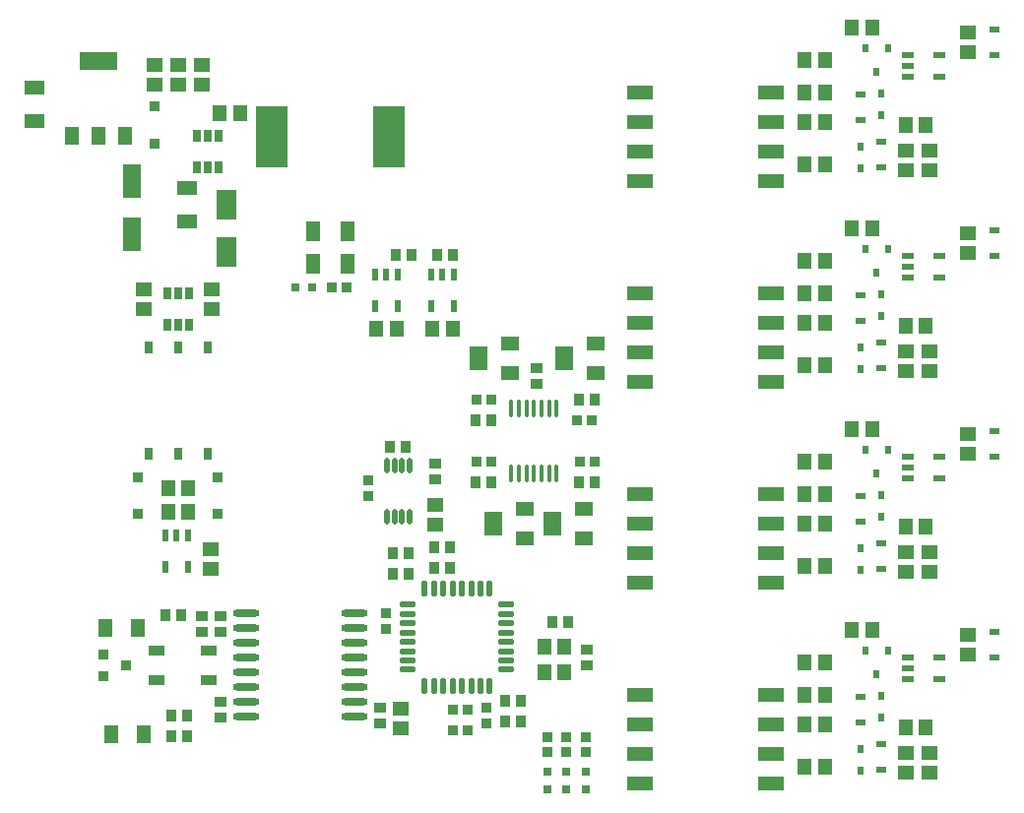
<source format=gtp>
G04*
G04 #@! TF.GenerationSoftware,Altium Limited,Altium Designer,20.1.11 (218)*
G04*
G04 Layer_Color=8421504*
%FSLAX25Y25*%
%MOIN*%
G70*
G04*
G04 #@! TF.SameCoordinates,72BFA0CC-D413-471F-905E-0F2E94EAAD8C*
G04*
G04*
G04 #@! TF.FilePolarity,Positive*
G04*
G01*
G75*
%ADD23R,0.03268X0.02461*%
%ADD24R,0.03150X0.03150*%
%ADD25R,0.03150X0.03150*%
%ADD26R,0.03543X0.03937*%
%ADD27R,0.04528X0.05315*%
%ADD28R,0.02165X0.03937*%
%ADD29R,0.03347X0.03740*%
%ADD30R,0.07087X0.05118*%
%ADD31R,0.05118X0.07087*%
%ADD32R,0.02600X0.04400*%
%ADD33R,0.03937X0.03543*%
%ADD34O,0.01968X0.05315*%
%ADD35R,0.06299X0.05118*%
%ADD36R,0.06299X0.07874*%
%ADD37O,0.01378X0.06299*%
%ADD38R,0.04724X0.06496*%
%ADD39R,0.05315X0.04528*%
G04:AMPARAMS|DCode=40|XSize=23.62mil|YSize=41.34mil|CornerRadius=1.18mil|HoleSize=0mil|Usage=FLASHONLY|Rotation=180.000|XOffset=0mil|YOffset=0mil|HoleType=Round|Shape=RoundedRectangle|*
%AMROUNDEDRECTD40*
21,1,0.02362,0.03898,0,0,180.0*
21,1,0.02126,0.04134,0,0,180.0*
1,1,0.00236,-0.01063,0.01949*
1,1,0.00236,0.01063,0.01949*
1,1,0.00236,0.01063,-0.01949*
1,1,0.00236,-0.01063,-0.01949*
%
%ADD40ROUNDEDRECTD40*%
%ADD41R,0.06693X0.09843*%
G04:AMPARAMS|DCode=42|XSize=23.62mil|YSize=43.31mil|CornerRadius=1.18mil|HoleSize=0mil|Usage=FLASHONLY|Rotation=0.000|XOffset=0mil|YOffset=0mil|HoleType=Round|Shape=RoundedRectangle|*
%AMROUNDEDRECTD42*
21,1,0.02362,0.04095,0,0,0.0*
21,1,0.02126,0.04331,0,0,0.0*
1,1,0.00236,0.01063,-0.02047*
1,1,0.00236,-0.01063,-0.02047*
1,1,0.00236,-0.01063,0.02047*
1,1,0.00236,0.01063,0.02047*
%
%ADD42ROUNDEDRECTD42*%
%ADD43R,0.11024X0.20866*%
%ADD44R,0.03740X0.03543*%
%ADD45R,0.06299X0.11417*%
%ADD46O,0.09055X0.02362*%
%ADD47O,0.02165X0.05709*%
%ADD48O,0.05709X0.02165*%
%ADD49R,0.03740X0.03347*%
%ADD50R,0.04724X0.05512*%
%ADD51R,0.03937X0.02165*%
%ADD52R,0.09016X0.05118*%
%ADD53R,0.02362X0.02756*%
%ADD54R,0.05315X0.03543*%
%ADD55R,0.04724X0.06299*%
%ADD56R,0.12992X0.06299*%
%ADD57R,0.03347X0.03347*%
%ADD58R,0.01968X0.03150*%
D23*
X475000Y410620D02*
D03*
Y419380D02*
D03*
Y215380D02*
D03*
Y206620D02*
D03*
Y283380D02*
D03*
Y274620D02*
D03*
Y351380D02*
D03*
Y342620D02*
D03*
X429500Y184620D02*
D03*
Y193380D02*
D03*
Y252620D02*
D03*
Y261380D02*
D03*
Y320620D02*
D03*
Y329380D02*
D03*
Y388620D02*
D03*
Y397380D02*
D03*
X436500Y168620D02*
D03*
Y177380D02*
D03*
Y236620D02*
D03*
Y245380D02*
D03*
Y304620D02*
D03*
Y313380D02*
D03*
Y372620D02*
D03*
Y381380D02*
D03*
D24*
X243953Y332000D02*
D03*
X238047D02*
D03*
D25*
X323500Y168012D02*
D03*
Y162106D02*
D03*
X330000D02*
D03*
Y168012D02*
D03*
X336500Y162106D02*
D03*
Y168012D02*
D03*
D26*
X277658Y343000D02*
D03*
X272342D02*
D03*
X290657Y237000D02*
D03*
X285343D02*
D03*
X290657Y244000D02*
D03*
X285343D02*
D03*
X291657Y343000D02*
D03*
X286343D02*
D03*
X270342Y278000D02*
D03*
X275658D02*
D03*
X334343Y266000D02*
D03*
X339657D02*
D03*
X304658D02*
D03*
X299342D02*
D03*
X304658Y287000D02*
D03*
X299342D02*
D03*
X334343Y294000D02*
D03*
X339657D02*
D03*
X201658Y180000D02*
D03*
X196343D02*
D03*
X325342Y218500D02*
D03*
X330658D02*
D03*
X199657Y221000D02*
D03*
X194343D02*
D03*
X196343Y187000D02*
D03*
X201658D02*
D03*
X314657Y192000D02*
D03*
X309343D02*
D03*
X271342Y242000D02*
D03*
X276658D02*
D03*
X314657Y185000D02*
D03*
X309343D02*
D03*
X276658Y235000D02*
D03*
X271342D02*
D03*
D27*
X265555Y318000D02*
D03*
X272445D02*
D03*
X284555D02*
D03*
X291445D02*
D03*
X451594Y183000D02*
D03*
X444705D02*
D03*
X451594Y251000D02*
D03*
X444705D02*
D03*
X451594Y319000D02*
D03*
X444705D02*
D03*
X451594Y387000D02*
D03*
X444705D02*
D03*
X417445Y169500D02*
D03*
X410555D02*
D03*
X417445Y237500D02*
D03*
X410555D02*
D03*
X417445Y305500D02*
D03*
X410555D02*
D03*
X417445Y373500D02*
D03*
X410555D02*
D03*
Y194000D02*
D03*
X417445D02*
D03*
X410555Y262000D02*
D03*
X417445D02*
D03*
X410555Y330000D02*
D03*
X417445D02*
D03*
X410555Y398000D02*
D03*
X417445D02*
D03*
X410555Y205000D02*
D03*
X417445D02*
D03*
X410555Y273000D02*
D03*
X417445D02*
D03*
X410555Y341000D02*
D03*
X417445D02*
D03*
X410555Y409000D02*
D03*
X417445D02*
D03*
X410555Y184000D02*
D03*
X417445D02*
D03*
X410555Y252000D02*
D03*
X417445D02*
D03*
X410555Y320000D02*
D03*
X417445D02*
D03*
X410555Y388000D02*
D03*
X417445D02*
D03*
X201945Y256000D02*
D03*
X195055D02*
D03*
X201945Y264000D02*
D03*
X195055D02*
D03*
X219445Y391000D02*
D03*
X212555D02*
D03*
X433445Y216000D02*
D03*
X426555D02*
D03*
X433445Y284000D02*
D03*
X426555D02*
D03*
X433445Y352000D02*
D03*
X426555D02*
D03*
X433445Y420000D02*
D03*
X426555D02*
D03*
D28*
X291740Y336315D02*
D03*
X288000D02*
D03*
X284260D02*
D03*
Y325685D02*
D03*
X291740D02*
D03*
X272740Y336315D02*
D03*
X269000D02*
D03*
X265260D02*
D03*
Y325685D02*
D03*
X272740D02*
D03*
X201740Y237185D02*
D03*
X194260D02*
D03*
Y247815D02*
D03*
X198000D02*
D03*
X201740D02*
D03*
D29*
X255559Y332000D02*
D03*
X250441D02*
D03*
X334441Y273000D02*
D03*
X339559D02*
D03*
X304559D02*
D03*
X299441D02*
D03*
X304559Y294000D02*
D03*
X299441D02*
D03*
X333441Y287000D02*
D03*
X338559D02*
D03*
X291441Y182000D02*
D03*
X296559D02*
D03*
X296559Y189000D02*
D03*
X291441D02*
D03*
D30*
X150000Y388291D02*
D03*
Y399709D02*
D03*
X201500Y354291D02*
D03*
Y365709D02*
D03*
D31*
X244291Y351000D02*
D03*
X255709D02*
D03*
X244291Y340000D02*
D03*
X255709D02*
D03*
D32*
X188500Y275500D02*
D03*
X208500D02*
D03*
X198500D02*
D03*
X188500Y311500D02*
D03*
X208500D02*
D03*
X198500D02*
D03*
D33*
X213000Y191657D02*
D03*
Y186343D02*
D03*
X285500Y266843D02*
D03*
Y272158D02*
D03*
X320000Y304658D02*
D03*
Y299342D02*
D03*
X213000Y215342D02*
D03*
Y220657D02*
D03*
X337000Y203842D02*
D03*
Y209157D02*
D03*
X206500Y220657D02*
D03*
Y215342D02*
D03*
X267000Y184343D02*
D03*
Y189657D02*
D03*
D34*
X276839Y271760D02*
D03*
X274279D02*
D03*
X271721D02*
D03*
X269161D02*
D03*
X276839Y254240D02*
D03*
X274279D02*
D03*
X271721D02*
D03*
X269161D02*
D03*
D35*
X335709Y247079D02*
D03*
Y256921D02*
D03*
X315709Y247079D02*
D03*
Y256921D02*
D03*
X310709Y303079D02*
D03*
Y312921D02*
D03*
X339709Y303079D02*
D03*
Y312921D02*
D03*
D36*
X325276Y252000D02*
D03*
X305276D02*
D03*
X300276Y308000D02*
D03*
X329276D02*
D03*
D37*
X326677Y291022D02*
D03*
X324118D02*
D03*
X321559D02*
D03*
X319000D02*
D03*
X316441D02*
D03*
X313882D02*
D03*
X311323D02*
D03*
X326677Y268975D02*
D03*
X324118D02*
D03*
X321559D02*
D03*
X319000D02*
D03*
X316441D02*
D03*
X313882D02*
D03*
X311323D02*
D03*
D38*
X173988Y216500D02*
D03*
X185012D02*
D03*
X175988Y180500D02*
D03*
X187012D02*
D03*
D39*
X187000Y331445D02*
D03*
Y324555D02*
D03*
X198500Y400555D02*
D03*
Y407445D02*
D03*
X285500Y258445D02*
D03*
Y251555D02*
D03*
X453000Y167555D02*
D03*
Y174445D02*
D03*
Y235555D02*
D03*
Y242445D02*
D03*
Y303555D02*
D03*
Y310445D02*
D03*
Y371555D02*
D03*
Y378445D02*
D03*
X190500Y400555D02*
D03*
Y407445D02*
D03*
X206500Y400555D02*
D03*
Y407445D02*
D03*
X274000Y182555D02*
D03*
Y189445D02*
D03*
X209500Y236555D02*
D03*
Y243445D02*
D03*
X210000Y324555D02*
D03*
Y331445D02*
D03*
X466000Y214445D02*
D03*
Y207555D02*
D03*
Y282445D02*
D03*
Y275555D02*
D03*
Y350445D02*
D03*
Y343555D02*
D03*
Y418445D02*
D03*
Y411555D02*
D03*
X445000Y174445D02*
D03*
Y167555D02*
D03*
Y242445D02*
D03*
Y235555D02*
D03*
Y310445D02*
D03*
Y303555D02*
D03*
Y378445D02*
D03*
Y371555D02*
D03*
D40*
X194760Y319185D02*
D03*
X198500D02*
D03*
X202240D02*
D03*
Y329815D02*
D03*
X194760D02*
D03*
X198500D02*
D03*
D41*
X215000Y359874D02*
D03*
Y344126D02*
D03*
D42*
X212240Y383315D02*
D03*
X208500D02*
D03*
X204760D02*
D03*
Y372685D02*
D03*
X212240D02*
D03*
X208500D02*
D03*
D43*
X230118Y383000D02*
D03*
X269882D02*
D03*
D44*
X185000Y267701D02*
D03*
Y255299D02*
D03*
X212000Y267701D02*
D03*
Y255299D02*
D03*
X190500Y393201D02*
D03*
Y380799D02*
D03*
D45*
X183000Y349945D02*
D03*
Y368055D02*
D03*
D46*
X221693Y221500D02*
D03*
Y216500D02*
D03*
Y211500D02*
D03*
Y206500D02*
D03*
Y201500D02*
D03*
Y196500D02*
D03*
Y191500D02*
D03*
Y186500D02*
D03*
X258307Y221500D02*
D03*
Y216500D02*
D03*
Y211500D02*
D03*
Y206500D02*
D03*
Y201500D02*
D03*
Y196500D02*
D03*
Y191500D02*
D03*
Y186500D02*
D03*
D47*
X304024Y196866D02*
D03*
X300874D02*
D03*
X297724D02*
D03*
X294575D02*
D03*
X291425D02*
D03*
X288276D02*
D03*
X285126D02*
D03*
X281976D02*
D03*
Y230134D02*
D03*
X285126D02*
D03*
X288276D02*
D03*
X291425D02*
D03*
X294575D02*
D03*
X297724D02*
D03*
X300874D02*
D03*
X304024D02*
D03*
D48*
X276366Y202476D02*
D03*
Y205626D02*
D03*
Y208776D02*
D03*
Y211925D02*
D03*
Y215075D02*
D03*
Y218224D02*
D03*
Y221374D02*
D03*
Y224524D02*
D03*
X309634D02*
D03*
Y221374D02*
D03*
Y218224D02*
D03*
Y215075D02*
D03*
Y211925D02*
D03*
Y208776D02*
D03*
Y205626D02*
D03*
Y202476D02*
D03*
D49*
X263000Y261441D02*
D03*
Y266559D02*
D03*
X269000Y216441D02*
D03*
Y221559D02*
D03*
X330000Y179618D02*
D03*
Y174500D02*
D03*
X323500Y179618D02*
D03*
Y174500D02*
D03*
X336500D02*
D03*
Y179618D02*
D03*
X303000Y184441D02*
D03*
Y189559D02*
D03*
D50*
X329346Y201669D02*
D03*
X322654D02*
D03*
X329346Y210331D02*
D03*
X322654D02*
D03*
D51*
X456315Y206740D02*
D03*
Y199260D02*
D03*
X445685D02*
D03*
Y203000D02*
D03*
Y206740D02*
D03*
X456315Y274740D02*
D03*
Y267260D02*
D03*
X445685D02*
D03*
Y271000D02*
D03*
Y274740D02*
D03*
X456315Y342740D02*
D03*
Y335260D02*
D03*
X445685D02*
D03*
Y339000D02*
D03*
Y342740D02*
D03*
X456315Y410740D02*
D03*
Y403260D02*
D03*
X445685D02*
D03*
Y407000D02*
D03*
Y410740D02*
D03*
D52*
X354854Y194000D02*
D03*
Y184000D02*
D03*
Y174000D02*
D03*
Y164000D02*
D03*
X399146Y194000D02*
D03*
Y184000D02*
D03*
Y174000D02*
D03*
Y164000D02*
D03*
X354854Y262000D02*
D03*
Y252000D02*
D03*
Y242000D02*
D03*
Y232000D02*
D03*
X399146Y262000D02*
D03*
Y252000D02*
D03*
Y242000D02*
D03*
Y232000D02*
D03*
X354854Y330000D02*
D03*
Y320000D02*
D03*
Y310000D02*
D03*
Y300000D02*
D03*
X399146Y330000D02*
D03*
Y320000D02*
D03*
Y310000D02*
D03*
Y300000D02*
D03*
X354854Y398000D02*
D03*
Y388000D02*
D03*
Y378000D02*
D03*
Y368000D02*
D03*
X399146Y398000D02*
D03*
Y388000D02*
D03*
Y378000D02*
D03*
Y368000D02*
D03*
D53*
X438740Y208937D02*
D03*
X431260D02*
D03*
X435000Y201063D02*
D03*
X438740Y276937D02*
D03*
X431260D02*
D03*
X435000Y269063D02*
D03*
X438740Y344937D02*
D03*
X431260D02*
D03*
X435000Y337063D02*
D03*
X438740Y412937D02*
D03*
X431260D02*
D03*
X435000Y405063D02*
D03*
D54*
X191043Y199079D02*
D03*
Y208921D02*
D03*
X208957D02*
D03*
Y199079D02*
D03*
D55*
X162445Y383402D02*
D03*
X171500D02*
D03*
X180555D02*
D03*
D56*
X171500Y408598D02*
D03*
D57*
X173063Y207740D02*
D03*
Y200260D02*
D03*
X180937Y204000D02*
D03*
D58*
X429500Y175543D02*
D03*
Y168457D02*
D03*
Y243543D02*
D03*
Y236457D02*
D03*
Y311543D02*
D03*
Y304457D02*
D03*
Y379543D02*
D03*
Y372457D02*
D03*
X436500Y193543D02*
D03*
Y186457D02*
D03*
Y261543D02*
D03*
Y254457D02*
D03*
Y329543D02*
D03*
Y322457D02*
D03*
Y397543D02*
D03*
Y390457D02*
D03*
M02*

</source>
